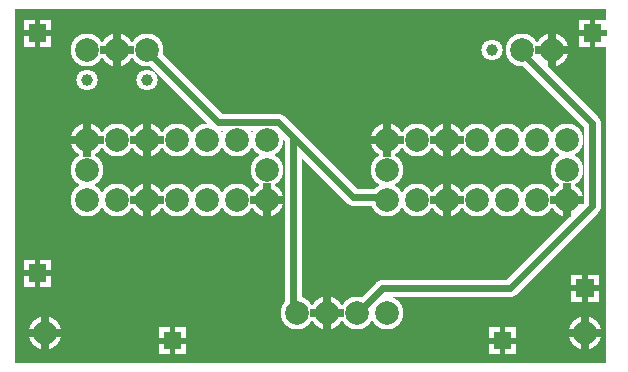
<source format=gbr>
%FSLAX34Y34*%
%MOMM*%
%LNCOPPER_TOP*%
G71*
G01*
%ADD10C,2.800*%
%ADD11C,1.400*%
%ADD12C,2.800*%
%ADD13C,1.800*%
%ADD14C,0.667*%
%ADD15C,0.500*%
%ADD16C,2.000*%
%ADD17C,0.600*%
%ADD18C,2.000*%
%ADD19C,1.000*%
%LPD*%
G36*
X0Y300000D02*
X500000Y300000D01*
X500000Y0D01*
X0Y0D01*
X0Y300000D01*
G37*
%LPC*%
X315100Y188710D02*
G54D10*
D03*
X340500Y188710D02*
G54D10*
D03*
X340500Y188710D02*
G54D10*
D03*
X365900Y188710D02*
G54D10*
D03*
X365900Y188710D02*
G54D10*
D03*
X391300Y188710D02*
G54D10*
D03*
X391300Y188710D02*
G54D10*
D03*
X416700Y188710D02*
G54D10*
D03*
X416700Y188710D02*
G54D10*
D03*
X442100Y188710D02*
G54D10*
D03*
X442100Y188710D02*
G54D10*
D03*
X467500Y188710D02*
G54D10*
D03*
X467500Y188710D02*
G54D10*
D03*
X467500Y163310D02*
G54D10*
D03*
X467500Y163310D02*
G54D10*
D03*
X467500Y137910D02*
G54D10*
D03*
X315100Y188710D02*
G54D10*
D03*
X315100Y163310D02*
G54D10*
D03*
X315100Y163310D02*
G54D10*
D03*
X315100Y137910D02*
G54D10*
D03*
X315100Y137910D02*
G54D10*
D03*
X340500Y137910D02*
G54D10*
D03*
X340500Y137910D02*
G54D10*
D03*
X365900Y137910D02*
G54D10*
D03*
X365900Y137910D02*
G54D10*
D03*
X391300Y137910D02*
G54D10*
D03*
X391300Y137910D02*
G54D10*
D03*
X416700Y137910D02*
G54D10*
D03*
X416700Y137910D02*
G54D10*
D03*
X442100Y137910D02*
G54D10*
D03*
X442100Y137910D02*
G54D10*
D03*
X467500Y137910D02*
G54D10*
D03*
X467500Y137910D02*
G54D10*
D03*
X315100Y137910D02*
G54D10*
D03*
X61100Y188710D02*
G54D10*
D03*
X86500Y188710D02*
G54D10*
D03*
X86500Y188710D02*
G54D10*
D03*
X111900Y188710D02*
G54D10*
D03*
X111900Y188710D02*
G54D10*
D03*
X137300Y188710D02*
G54D10*
D03*
X137300Y188710D02*
G54D10*
D03*
X162700Y188710D02*
G54D10*
D03*
X162700Y188710D02*
G54D10*
D03*
X188100Y188710D02*
G54D10*
D03*
X188100Y188710D02*
G54D10*
D03*
X213500Y188710D02*
G54D10*
D03*
X213500Y188710D02*
G54D10*
D03*
X213500Y163310D02*
G54D10*
D03*
X213500Y163310D02*
G54D10*
D03*
X213500Y137910D02*
G54D10*
D03*
X61100Y188710D02*
G54D10*
D03*
X61100Y163310D02*
G54D10*
D03*
X61100Y163310D02*
G54D10*
D03*
X61100Y137910D02*
G54D10*
D03*
X61100Y137910D02*
G54D10*
D03*
X86500Y137910D02*
G54D10*
D03*
X86500Y137910D02*
G54D10*
D03*
X111900Y137910D02*
G54D10*
D03*
X111900Y137910D02*
G54D10*
D03*
X137300Y137910D02*
G54D10*
D03*
X137300Y137910D02*
G54D10*
D03*
X162700Y137910D02*
G54D10*
D03*
X162700Y137910D02*
G54D10*
D03*
X188100Y137910D02*
G54D10*
D03*
X188100Y137910D02*
G54D10*
D03*
X213500Y137910D02*
G54D10*
D03*
X213500Y137910D02*
G54D10*
D03*
X61100Y137910D02*
G54D10*
D03*
X238900Y42660D02*
G54D10*
D03*
X238900Y42660D02*
G54D10*
D03*
X264300Y42660D02*
G54D10*
D03*
X264300Y42660D02*
G54D10*
D03*
X289700Y42660D02*
G54D10*
D03*
X289700Y42660D02*
G54D10*
D03*
X315100Y42660D02*
G54D10*
D03*
X315100Y42660D02*
G54D10*
D03*
X61100Y264910D02*
G54D10*
D03*
X86500Y264910D02*
G54D10*
D03*
X111900Y264910D02*
G54D10*
D03*
X454800Y264910D02*
G54D10*
D03*
X429400Y264910D02*
G54D10*
D03*
G54D11*
X111900Y264910D02*
X108750Y268060D01*
X172250Y204560D01*
X223050Y204560D01*
X286550Y141060D01*
X311950Y141060D01*
X315100Y137910D01*
G54D11*
X111900Y264910D02*
X108750Y268060D01*
X172250Y204560D01*
X223050Y204560D01*
X235750Y191860D01*
X235750Y45810D01*
X238900Y42660D01*
G54D11*
X429400Y264910D02*
X431800Y266700D01*
X431800Y260350D01*
X488950Y203200D01*
X488950Y133350D01*
X419100Y63500D01*
X311150Y63500D01*
X292100Y44450D01*
X289700Y42660D01*
X25400Y25400D02*
G54D10*
D03*
X25400Y25400D02*
G54D12*
D03*
X482600Y25400D02*
G54D12*
D03*
G36*
X7550Y290900D02*
X30550Y290900D01*
X30550Y267900D01*
X7550Y267900D01*
X7550Y290900D01*
G37*
G36*
X7550Y87700D02*
X30550Y87700D01*
X30550Y64700D01*
X7550Y64700D01*
X7550Y87700D01*
G37*
G36*
X121850Y30550D02*
X144850Y30550D01*
X144850Y7550D01*
X121850Y7550D01*
X121850Y30550D01*
G37*
G36*
X401250Y30550D02*
X424250Y30550D01*
X424250Y7550D01*
X401250Y7550D01*
X401250Y30550D01*
G37*
G36*
X471100Y75000D02*
X494100Y75000D01*
X494100Y52000D01*
X471100Y52000D01*
X471100Y75000D01*
G37*
G36*
X477450Y290900D02*
X500450Y290900D01*
X500450Y267900D01*
X477450Y267900D01*
X477450Y290900D01*
G37*
X61100Y239510D02*
G54D13*
D03*
X111900Y239510D02*
G54D13*
D03*
X404000Y264910D02*
G54D13*
D03*
%LPD*%
G54D14*
G36*
X362567Y188710D02*
X362567Y203210D01*
X369233Y203210D01*
X369233Y188710D01*
X362567Y188710D01*
G37*
G36*
X365900Y192043D02*
X380400Y192043D01*
X380400Y185377D01*
X365900Y185377D01*
X365900Y192043D01*
G37*
G36*
X369233Y188710D02*
X369233Y174210D01*
X362567Y174210D01*
X362567Y188710D01*
X369233Y188710D01*
G37*
G36*
X365900Y185377D02*
X351400Y185377D01*
X351400Y192043D01*
X365900Y192043D01*
X365900Y185377D01*
G37*
G54D14*
G36*
X315100Y192043D02*
X329600Y192043D01*
X329600Y185377D01*
X315100Y185377D01*
X315100Y192043D01*
G37*
G36*
X318433Y188710D02*
X318433Y174210D01*
X311767Y174210D01*
X311767Y188710D01*
X318433Y188710D01*
G37*
G36*
X315100Y185377D02*
X300600Y185377D01*
X300600Y192043D01*
X315100Y192043D01*
X315100Y185377D01*
G37*
G36*
X311767Y188710D02*
X311767Y203210D01*
X318433Y203210D01*
X318433Y188710D01*
X311767Y188710D01*
G37*
G54D14*
G36*
X362567Y137910D02*
X362567Y152410D01*
X369233Y152410D01*
X369233Y137910D01*
X362567Y137910D01*
G37*
G36*
X365900Y141243D02*
X380400Y141243D01*
X380400Y134577D01*
X365900Y134577D01*
X365900Y141243D01*
G37*
G36*
X369233Y137910D02*
X369233Y123410D01*
X362567Y123410D01*
X362567Y137910D01*
X369233Y137910D01*
G37*
G36*
X365900Y134577D02*
X351400Y134577D01*
X351400Y141243D01*
X365900Y141243D01*
X365900Y134577D01*
G37*
G54D14*
G36*
X467500Y141243D02*
X482000Y141243D01*
X482000Y134577D01*
X467500Y134577D01*
X467500Y141243D01*
G37*
G36*
X470833Y137910D02*
X470833Y123410D01*
X464167Y123410D01*
X464167Y137910D01*
X470833Y137910D01*
G37*
G36*
X467500Y134577D02*
X453000Y134577D01*
X453000Y141243D01*
X467500Y141243D01*
X467500Y134577D01*
G37*
G36*
X464167Y137910D02*
X464167Y152410D01*
X470833Y152410D01*
X470833Y137910D01*
X464167Y137910D01*
G37*
G54D14*
G36*
X108567Y188710D02*
X108567Y203210D01*
X115233Y203210D01*
X115233Y188710D01*
X108567Y188710D01*
G37*
G36*
X111900Y192043D02*
X126400Y192043D01*
X126400Y185377D01*
X111900Y185377D01*
X111900Y192043D01*
G37*
G36*
X115233Y188710D02*
X115233Y174210D01*
X108567Y174210D01*
X108567Y188710D01*
X115233Y188710D01*
G37*
G36*
X111900Y185377D02*
X97400Y185377D01*
X97400Y192043D01*
X111900Y192043D01*
X111900Y185377D01*
G37*
G54D14*
G36*
X61100Y192043D02*
X75600Y192043D01*
X75600Y185377D01*
X61100Y185377D01*
X61100Y192043D01*
G37*
G36*
X64433Y188710D02*
X64433Y174210D01*
X57767Y174210D01*
X57767Y188710D01*
X64433Y188710D01*
G37*
G36*
X61100Y185377D02*
X46600Y185377D01*
X46600Y192043D01*
X61100Y192043D01*
X61100Y185377D01*
G37*
G36*
X57767Y188710D02*
X57767Y203210D01*
X64433Y203210D01*
X64433Y188710D01*
X57767Y188710D01*
G37*
G54D14*
G36*
X108567Y137910D02*
X108567Y152410D01*
X115233Y152410D01*
X115233Y137910D01*
X108567Y137910D01*
G37*
G36*
X111900Y141243D02*
X126400Y141243D01*
X126400Y134577D01*
X111900Y134577D01*
X111900Y141243D01*
G37*
G36*
X115233Y137910D02*
X115233Y123410D01*
X108567Y123410D01*
X108567Y137910D01*
X115233Y137910D01*
G37*
G36*
X111900Y134577D02*
X97400Y134577D01*
X97400Y141243D01*
X111900Y141243D01*
X111900Y134577D01*
G37*
G54D14*
G36*
X213500Y141243D02*
X228000Y141243D01*
X228000Y134577D01*
X213500Y134577D01*
X213500Y141243D01*
G37*
G36*
X216833Y137910D02*
X216833Y123410D01*
X210167Y123410D01*
X210167Y137910D01*
X216833Y137910D01*
G37*
G36*
X213500Y134577D02*
X199000Y134577D01*
X199000Y141243D01*
X213500Y141243D01*
X213500Y134577D01*
G37*
G36*
X210167Y137910D02*
X210167Y152410D01*
X216833Y152410D01*
X216833Y137910D01*
X210167Y137910D01*
G37*
G54D14*
G36*
X260967Y42660D02*
X260967Y57160D01*
X267633Y57160D01*
X267633Y42660D01*
X260967Y42660D01*
G37*
G36*
X264300Y45993D02*
X278800Y45993D01*
X278800Y39327D01*
X264300Y39327D01*
X264300Y45993D01*
G37*
G36*
X267633Y42660D02*
X267633Y28160D01*
X260967Y28160D01*
X260967Y42660D01*
X267633Y42660D01*
G37*
G36*
X264300Y39327D02*
X249800Y39327D01*
X249800Y45993D01*
X264300Y45993D01*
X264300Y39327D01*
G37*
G54D14*
G36*
X83167Y264910D02*
X83167Y279410D01*
X89833Y279410D01*
X89833Y264910D01*
X83167Y264910D01*
G37*
G36*
X86500Y268243D02*
X101000Y268243D01*
X101000Y261577D01*
X86500Y261577D01*
X86500Y268243D01*
G37*
G36*
X89833Y264910D02*
X89833Y250410D01*
X83167Y250410D01*
X83167Y264910D01*
X89833Y264910D01*
G37*
G36*
X86500Y261577D02*
X72000Y261577D01*
X72000Y268243D01*
X86500Y268243D01*
X86500Y261577D01*
G37*
G54D14*
G36*
X451467Y264910D02*
X451467Y279410D01*
X458133Y279410D01*
X458133Y264910D01*
X451467Y264910D01*
G37*
G36*
X454800Y268243D02*
X469300Y268243D01*
X469300Y261577D01*
X454800Y261577D01*
X454800Y268243D01*
G37*
G36*
X458133Y264910D02*
X458133Y250410D01*
X451467Y250410D01*
X451467Y264910D01*
X458133Y264910D01*
G37*
G36*
X454800Y261577D02*
X440300Y261577D01*
X440300Y268243D01*
X454800Y268243D01*
X454800Y261577D01*
G37*
G54D14*
G36*
X22067Y25400D02*
X22067Y39900D01*
X28733Y39900D01*
X28733Y25400D01*
X22067Y25400D01*
G37*
G36*
X25400Y28733D02*
X39900Y28733D01*
X39900Y22067D01*
X25400Y22067D01*
X25400Y28733D01*
G37*
G36*
X28733Y25400D02*
X28733Y10900D01*
X22067Y10900D01*
X22067Y25400D01*
X28733Y25400D01*
G37*
G36*
X25400Y22067D02*
X10900Y22067D01*
X10900Y28733D01*
X25400Y28733D01*
X25400Y22067D01*
G37*
G54D14*
G36*
X479267Y25400D02*
X479267Y39900D01*
X485933Y39900D01*
X485933Y25400D01*
X479267Y25400D01*
G37*
G36*
X482600Y28733D02*
X497100Y28733D01*
X497100Y22067D01*
X482600Y22067D01*
X482600Y28733D01*
G37*
G36*
X485933Y25400D02*
X485933Y10900D01*
X479267Y10900D01*
X479267Y25400D01*
X485933Y25400D01*
G37*
G36*
X482600Y22067D02*
X468100Y22067D01*
X468100Y28733D01*
X482600Y28733D01*
X482600Y22067D01*
G37*
G54D15*
G36*
X16550Y279400D02*
X16550Y291400D01*
X21550Y291400D01*
X21550Y279400D01*
X16550Y279400D01*
G37*
G36*
X19050Y281900D02*
X31050Y281900D01*
X31050Y276900D01*
X19050Y276900D01*
X19050Y281900D01*
G37*
G36*
X21550Y279400D02*
X21550Y267400D01*
X16550Y267400D01*
X16550Y279400D01*
X21550Y279400D01*
G37*
G36*
X19050Y276900D02*
X7050Y276900D01*
X7050Y281900D01*
X19050Y281900D01*
X19050Y276900D01*
G37*
G54D15*
G36*
X16550Y76200D02*
X16550Y88200D01*
X21550Y88200D01*
X21550Y76200D01*
X16550Y76200D01*
G37*
G36*
X19050Y78700D02*
X31050Y78700D01*
X31050Y73700D01*
X19050Y73700D01*
X19050Y78700D01*
G37*
G36*
X21550Y76200D02*
X21550Y64200D01*
X16550Y64200D01*
X16550Y76200D01*
X21550Y76200D01*
G37*
G36*
X19050Y73700D02*
X7050Y73700D01*
X7050Y78700D01*
X19050Y78700D01*
X19050Y73700D01*
G37*
G54D15*
G36*
X130850Y19050D02*
X130850Y31050D01*
X135850Y31050D01*
X135850Y19050D01*
X130850Y19050D01*
G37*
G36*
X133350Y21550D02*
X145350Y21550D01*
X145350Y16550D01*
X133350Y16550D01*
X133350Y21550D01*
G37*
G36*
X135850Y19050D02*
X135850Y7050D01*
X130850Y7050D01*
X130850Y19050D01*
X135850Y19050D01*
G37*
G36*
X133350Y16550D02*
X121350Y16550D01*
X121350Y21550D01*
X133350Y21550D01*
X133350Y16550D01*
G37*
G54D15*
G36*
X410250Y19050D02*
X410250Y31050D01*
X415250Y31050D01*
X415250Y19050D01*
X410250Y19050D01*
G37*
G36*
X412750Y21550D02*
X424750Y21550D01*
X424750Y16550D01*
X412750Y16550D01*
X412750Y21550D01*
G37*
G36*
X415250Y19050D02*
X415250Y7050D01*
X410250Y7050D01*
X410250Y19050D01*
X415250Y19050D01*
G37*
G36*
X412750Y16550D02*
X400750Y16550D01*
X400750Y21550D01*
X412750Y21550D01*
X412750Y16550D01*
G37*
G54D15*
G36*
X480100Y63500D02*
X480100Y75500D01*
X485100Y75500D01*
X485100Y63500D01*
X480100Y63500D01*
G37*
G36*
X482600Y66000D02*
X494600Y66000D01*
X494600Y61000D01*
X482600Y61000D01*
X482600Y66000D01*
G37*
G36*
X485100Y63500D02*
X485100Y51500D01*
X480100Y51500D01*
X480100Y63500D01*
X485100Y63500D01*
G37*
G36*
X482600Y61000D02*
X470600Y61000D01*
X470600Y66000D01*
X482600Y66000D01*
X482600Y61000D01*
G37*
G54D15*
G36*
X486450Y279400D02*
X486450Y291400D01*
X491450Y291400D01*
X491450Y279400D01*
X486450Y279400D01*
G37*
G36*
X488950Y281900D02*
X500950Y281900D01*
X500950Y276900D01*
X488950Y276900D01*
X488950Y281900D01*
G37*
G36*
X491450Y279400D02*
X491450Y267400D01*
X486450Y267400D01*
X486450Y279400D01*
X491450Y279400D01*
G37*
G36*
X488950Y276900D02*
X476950Y276900D01*
X476950Y281900D01*
X488950Y281900D01*
X488950Y276900D01*
G37*
X315100Y188710D02*
G54D16*
D03*
X340500Y188710D02*
G54D16*
D03*
X340500Y188710D02*
G54D16*
D03*
X365900Y188710D02*
G54D16*
D03*
X365900Y188710D02*
G54D16*
D03*
X391300Y188710D02*
G54D16*
D03*
X391300Y188710D02*
G54D16*
D03*
X416700Y188710D02*
G54D16*
D03*
X416700Y188710D02*
G54D16*
D03*
X442100Y188710D02*
G54D16*
D03*
X442100Y188710D02*
G54D16*
D03*
X467500Y188710D02*
G54D16*
D03*
X467500Y188710D02*
G54D16*
D03*
X467500Y163310D02*
G54D16*
D03*
X467500Y163310D02*
G54D16*
D03*
X467500Y137910D02*
G54D16*
D03*
X315100Y188710D02*
G54D16*
D03*
X315100Y163310D02*
G54D16*
D03*
X315100Y163310D02*
G54D16*
D03*
X315100Y137910D02*
G54D16*
D03*
X315100Y137910D02*
G54D16*
D03*
X340500Y137910D02*
G54D16*
D03*
X340500Y137910D02*
G54D16*
D03*
X365900Y137910D02*
G54D16*
D03*
X365900Y137910D02*
G54D16*
D03*
X391300Y137910D02*
G54D16*
D03*
X391300Y137910D02*
G54D16*
D03*
X416700Y137910D02*
G54D16*
D03*
X416700Y137910D02*
G54D16*
D03*
X442100Y137910D02*
G54D16*
D03*
X442100Y137910D02*
G54D16*
D03*
X467500Y137910D02*
G54D16*
D03*
X467500Y137910D02*
G54D16*
D03*
X315100Y137910D02*
G54D16*
D03*
X61100Y188710D02*
G54D16*
D03*
X86500Y188710D02*
G54D16*
D03*
X86500Y188710D02*
G54D16*
D03*
X111900Y188710D02*
G54D16*
D03*
X111900Y188710D02*
G54D16*
D03*
X137300Y188710D02*
G54D16*
D03*
X137300Y188710D02*
G54D16*
D03*
X162700Y188710D02*
G54D16*
D03*
X162700Y188710D02*
G54D16*
D03*
X188100Y188710D02*
G54D16*
D03*
X188100Y188710D02*
G54D16*
D03*
X213500Y188710D02*
G54D16*
D03*
X213500Y188710D02*
G54D16*
D03*
X213500Y163310D02*
G54D16*
D03*
X213500Y163310D02*
G54D16*
D03*
X213500Y137910D02*
G54D16*
D03*
X61100Y188710D02*
G54D16*
D03*
X61100Y163310D02*
G54D16*
D03*
X61100Y163310D02*
G54D16*
D03*
X61100Y137910D02*
G54D16*
D03*
X61100Y137910D02*
G54D16*
D03*
X86500Y137910D02*
G54D16*
D03*
X86500Y137910D02*
G54D16*
D03*
X111900Y137910D02*
G54D16*
D03*
X111900Y137910D02*
G54D16*
D03*
X137300Y137910D02*
G54D16*
D03*
X137300Y137910D02*
G54D16*
D03*
X162700Y137910D02*
G54D16*
D03*
X162700Y137910D02*
G54D16*
D03*
X188100Y137910D02*
G54D16*
D03*
X188100Y137910D02*
G54D16*
D03*
X213500Y137910D02*
G54D16*
D03*
X213500Y137910D02*
G54D16*
D03*
X61100Y137910D02*
G54D16*
D03*
X238900Y42660D02*
G54D16*
D03*
X238900Y42660D02*
G54D16*
D03*
X264300Y42660D02*
G54D16*
D03*
X264300Y42660D02*
G54D16*
D03*
X289700Y42660D02*
G54D16*
D03*
X289700Y42660D02*
G54D16*
D03*
X315100Y42660D02*
G54D16*
D03*
X315100Y42660D02*
G54D16*
D03*
X61100Y264910D02*
G54D16*
D03*
X86500Y264910D02*
G54D16*
D03*
X111900Y264910D02*
G54D16*
D03*
X454800Y264910D02*
G54D16*
D03*
X429400Y264910D02*
G54D16*
D03*
G54D17*
X111900Y264910D02*
X108750Y268060D01*
X172250Y204560D01*
X223050Y204560D01*
X286550Y141060D01*
X311950Y141060D01*
X315100Y137910D01*
G54D17*
X111900Y264910D02*
X108750Y268060D01*
X172250Y204560D01*
X223050Y204560D01*
X235750Y191860D01*
X235750Y45810D01*
X238900Y42660D01*
G54D17*
X429400Y264910D02*
X431800Y266700D01*
X431800Y260350D01*
X488950Y203200D01*
X488950Y133350D01*
X419100Y63500D01*
X311150Y63500D01*
X292100Y44450D01*
X289700Y42660D01*
X25400Y25400D02*
G54D16*
D03*
X25400Y25400D02*
G54D18*
D03*
X482600Y25400D02*
G54D18*
D03*
G36*
X11550Y286900D02*
X26550Y286900D01*
X26550Y271900D01*
X11550Y271900D01*
X11550Y286900D01*
G37*
G36*
X11550Y83700D02*
X26550Y83700D01*
X26550Y68700D01*
X11550Y68700D01*
X11550Y83700D01*
G37*
G36*
X125850Y26550D02*
X140850Y26550D01*
X140850Y11550D01*
X125850Y11550D01*
X125850Y26550D01*
G37*
G36*
X405250Y26550D02*
X420250Y26550D01*
X420250Y11550D01*
X405250Y11550D01*
X405250Y26550D01*
G37*
G36*
X475100Y71000D02*
X490100Y71000D01*
X490100Y56000D01*
X475100Y56000D01*
X475100Y71000D01*
G37*
G36*
X481450Y286900D02*
X496450Y286900D01*
X496450Y271900D01*
X481450Y271900D01*
X481450Y286900D01*
G37*
X61100Y239510D02*
G54D19*
D03*
X111900Y239510D02*
G54D19*
D03*
X404000Y264910D02*
G54D19*
D03*
M02*

</source>
